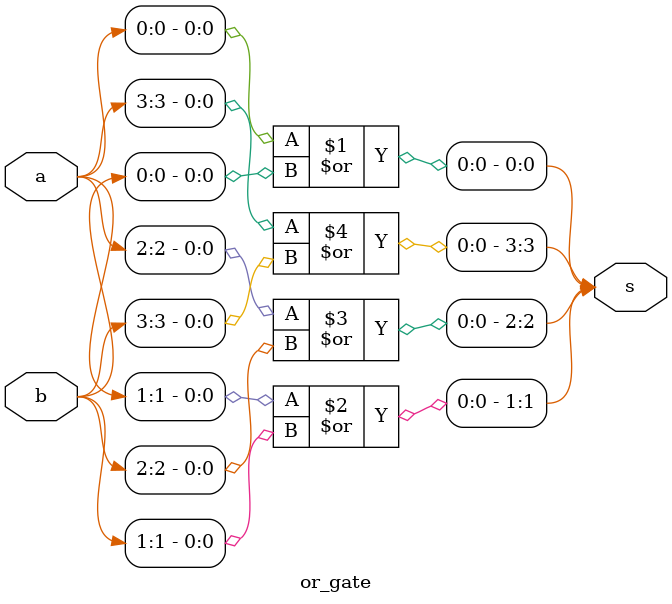
<source format=v>
/*
===============================================================================================
||                                   TOP MODULE                                              ||
===============================================================================================
*/
module alu(
    input [3:0] a,
    input [3:0] b,
    input [1:0] sel,
    output[3:0] result,
    output carry_out,
    output zero
);
    wire [3:0] add_r;
    wire [3:0] sub_r;
    wire [3:0] and_r;
    wire [3:0] or_r;
    wire carry_add;
    wire carry_sub;


    add dut_add(
        .a(a),
        .b(b),
        .c_in(1'b0),
        .s(add_r),
        .c_out(carry_add)
    );

    sub dut_sub(
        .a(a),
        .b(b),
        .c_in(1'b0),
        .s(sub_r),
        .c_out(carry_sub)
    );

    mux4_1 mux(
        .sel(sel),
        .d0(carry_add),
        .d1(carry_sub),
        .d2(1'b0),
        .d3(1'b0),
        .y(carry_out)
    );

   
    and_gate dut_and(
        .a(a),
        .b(b),
        .s(and_r)
    );

    or_gate dut_or(
        .a(a),
        .b(b),
        .s(or_r)
    );

    mux4_4 dut_mux(
        .sel(sel),
        .add_r(add_r),
        .sub_r(sub_r),
        .and_r(and_r),
        .or_r(or_r),
        .result(result),
        .zero(zero)
    );



endmodule


/*
===============================================================================================
||                                   MUX4_4                                                  ||
===============================================================================================
*/
module mux4_4(
    input wire [1:0] sel,
    input wire [3:0] add_r,
    input wire [3:0] sub_r,
    input wire [3:0] and_r,
    input wire [3:0] or_r,
    output [3:0] result,
    output zero
);

    genvar i;
    generate 
        for(i=0; i<4; i=i+1) begin:mux4_4
            mux4_1 mux(
                .sel(sel),
                .d0(add_r[i]),
                .d1(sub_r[i]),
                .d2(and_r[i]),
                .d3(or_r[i]),
                .y(result[i])
            );
        end
    endgenerate

    assign zero = ~(result[0] | result[1] | result[2] | result[3]);
    
endmodule

module mux4_1(
    input  wire [1:0] sel,
    input  wire d0, d1, d2, d3,
    output wire y
);

    wire [3:0] temp_y;
    wire sel_val_3, sel_val_2, sel_val_1, sel_val_0;
    wire y2, y1;

    // Chọn d3: khi sel == 11 → sel_val_3 = sel[1] & sel[0]
    assign sel_val_3 = sel[1] & sel[0];
    assign temp_y[3] = d3 & sel_val_3;

    // Chọn giữa temp_y[3] và d2 (khi sel == 10)
    assign sel_val_2 = sel[1] & ~sel[0];
    mux2_1 mux_d2 (
        .a(temp_y[3]),
        .b(d2),
        .sel(sel_val_2),
        .y(temp_y[2])
    );

    // Chọn giữa temp_y[2] và d1 (khi sel == 01)
    assign sel_val_1 = ~sel[1] & sel[0];
    mux2_1 mux_d1 (
        .a(temp_y[2]),
        .b(d1),
        .sel(sel_val_1),
        .y(temp_y[1])
    );

    // Chọn giữa temp_y[1] và d0 (khi sel == 00)
    assign sel_val_0 = ~sel[1] & ~sel[0];
    mux2_1 mux_d0 (
        .a(temp_y[1]),
        .b(d0),
        .sel(sel_val_0),
        .y(temp_y[0])
    );

    assign y = temp_y[0];

endmodule


module mux2_1(
    input  wire a,
    input  wire b,
    input  wire sel,
    output wire y
);
    assign y = (a & ~sel) | (b & sel);
endmodule


/*
===============================================================================================
||                                       ADD                                                 ||
===============================================================================================
*/
module add (
    input [3:0] a,
    input [3:0] b,
    input c_in,
    output [3:0] s,
    output c_out
);
    wire [4:0] c;
    assign c[0] = 1'b0;

    genvar i;
    generate 
        for(i=0; i<4; i=i+1) begin: ripple_carry_adder
        full_adder fa(
            .a(a[i]),
            .b(b[i]),
            .c_in(c[i]),
            .s(s[i]),
            .c_out(c[i+1])
        );
        end
    endgenerate
    assign c_out = c[4];

endmodule
module full_adder (
    input a,b,c_in,
    output s,c_out
);

    assign s = a^b^c_in;
    assign c_out = a&b | a&c_in | b&c_in;
endmodule

/*
===============================================================================================
||                                   SUB                                                     ||
===============================================================================================
*/

module sub(  
    input [3:0] a,
    input [3:0] b,
    input c_in,
    output [3:0] s,
    output c_out
);
    wire [3:0] b_n;
    wire [3:0] b_in;
    wire c;

    genvar i;
    generate 
        for(i=0; i<4; i=i+1) begin : sub
            assign b_n[i] = b[i] ^ 1'b1;
        end
    endgenerate

    add add1(
        .a(b_n),
        .b(4'b0001),
        .c_in(1'b0),
        .s(b_in),
        .c_out(c)
    );

    add add2(
        .a(a),
        .b(b_in),
        .c_in(1'b0),
        .s(s),
        .c_out(c_out)
    );

endmodule

/*
===============================================================================================
||                                   AND_GATE                                                ||
===============================================================================================
*/

module and_gate (
    input [3:0] a,
    input [3:0] b,
    output [3:0] s
);
    genvar i;
    generate
        for(i=0; i<4; i=i+1) begin : and_gate
            assign s[i] = a[i] & b[i];
        end
    endgenerate

endmodule

/*
===============================================================================================
||                                   OR_GATE                                                 ||
===============================================================================================
*/
module or_gate (
    input [3:0] a,
    input [3:0] b,
    output [3:0] s
);
    genvar i;
    generate
        for(i=0; i<4; i=i+1) begin : or_gate
            assign s[i] = a[i] | b[i];
        end
    endgenerate

endmodule
</source>
